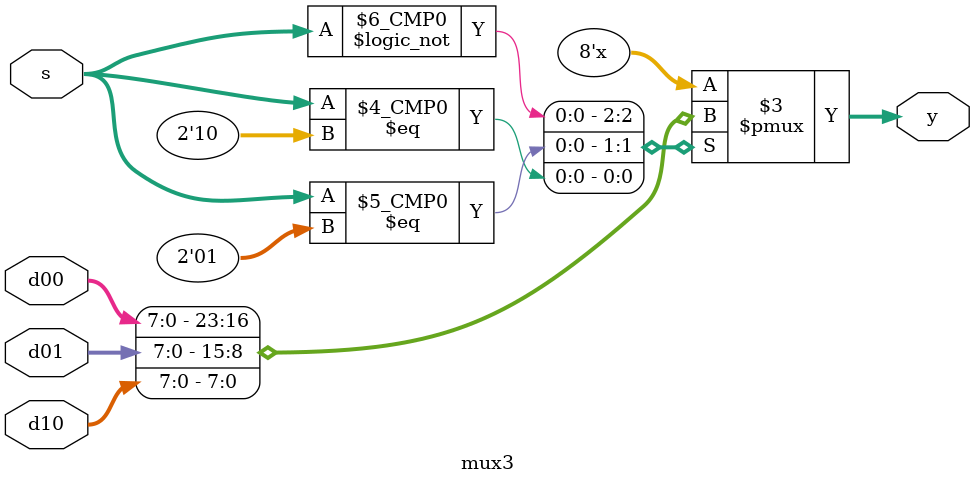
<source format=v>
`timescale 1ns / 1ps


module mux3 #(parameter WIDTH=8)
    (
    input [WIDTH-1:0] d00,d01,d10,
    input [1:0] s,
    output reg [WIDTH-1:0] y
    );
    
    always@(*)
    case(s)
    2'b00:y<=d00;
    2'b01:y<=d01;
    2'b10:y<=d10;
    default:y<=32'bx;
    endcase
    
endmodule

</source>
